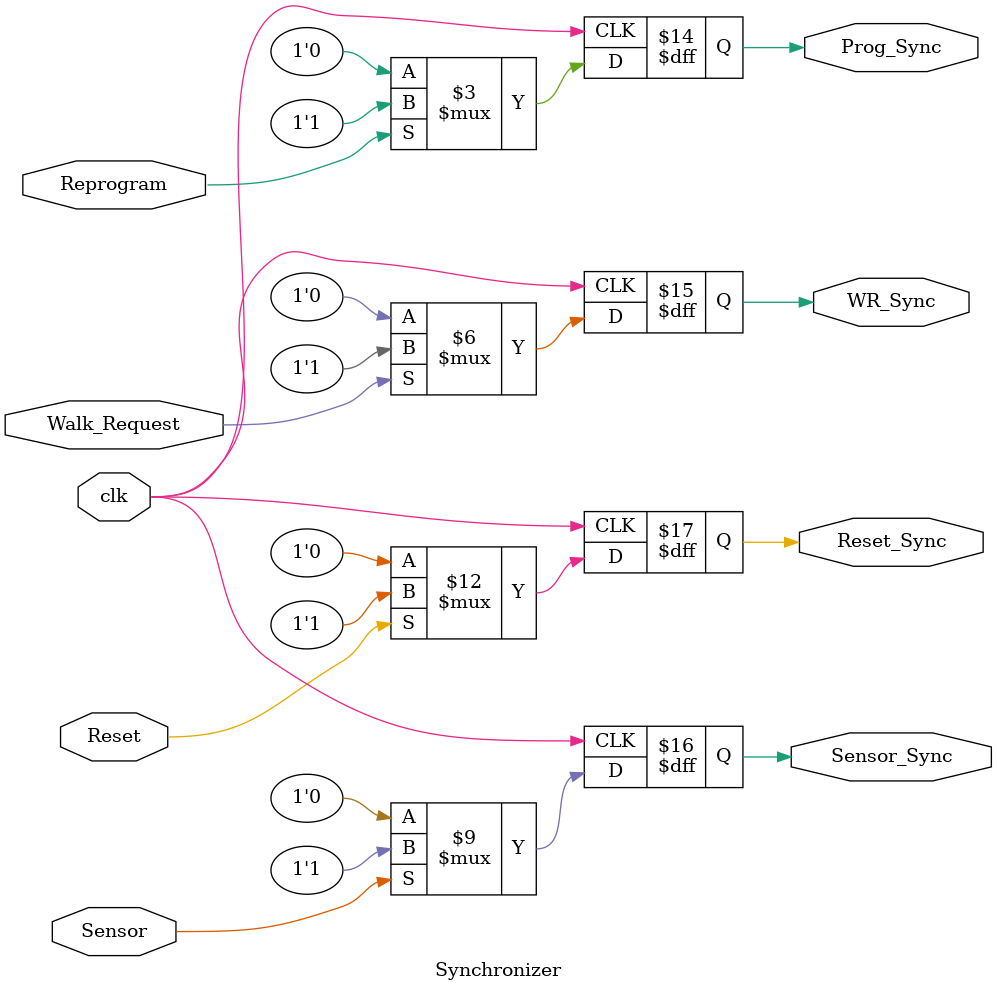
<source format=v>
`timescale 1ns / 1ps


module Synchronizer(
    input Reset,
    input Sensor,
    input Walk_Request,
    input Reprogram,
	 input clk,
    output reg Prog_Sync,
    output reg WR_Sync,
    output reg Sensor_Sync,
    output reg Reset_Sync
    );
	always@(posedge clk) begin
	
	if(Reset) Reset_Sync = 1;
	else Reset_Sync = 0;
	
	if(Sensor) Sensor_Sync = 1;
	else Sensor_Sync = 0;
	
	if(Walk_Request) WR_Sync = 1;
	else WR_Sync = 0;
	
	if(Reprogram) Prog_Sync = 1;
	else Prog_Sync = 0;
	
	end

endmodule

</source>
